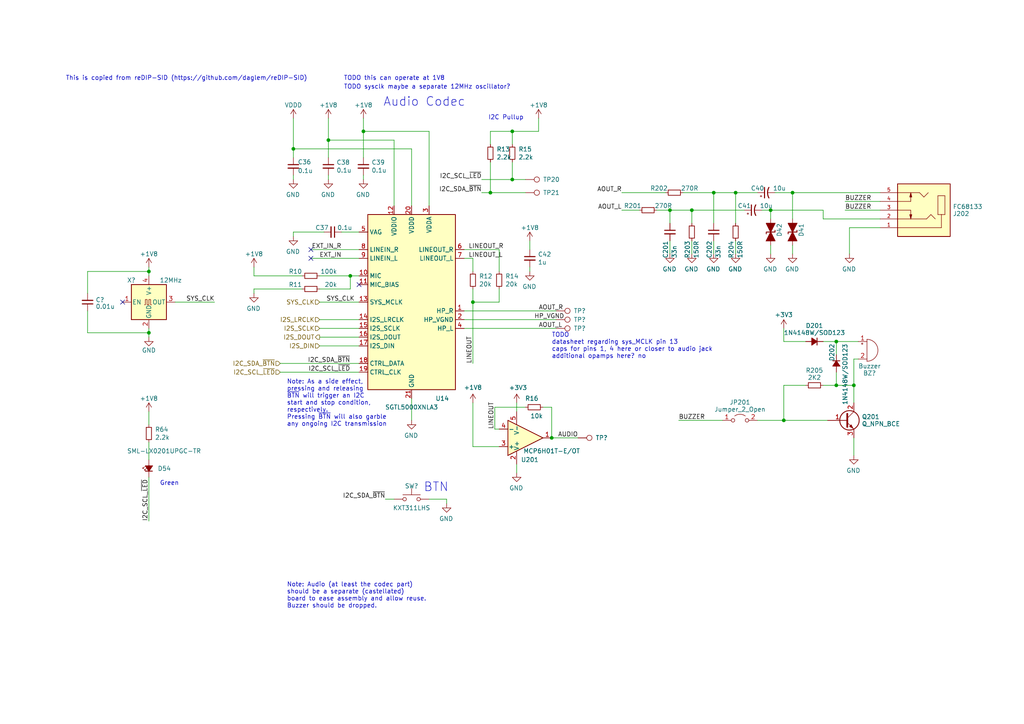
<source format=kicad_sch>
(kicad_sch (version 20230121) (generator eeschema)
  (paper "A4")
  (lib_symbols
    (symbol "+3V3_1" (power) (pin_names (offset 0))
      (property "Value" "+3V3_1" (at 0 3.556 0))
      (symbol "+3V3_1_0_1"
        (polyline (pts (xy -0.762 1.27) (xy 0 2.54)))
        (polyline (pts (xy 0 0) (xy 0 2.54)))
        (polyline (pts (xy 0 2.54) (xy 0.762 1.27)))
      )
      (symbol "+3V3_1_1_1"
        (pin power_in line (at 0 0 90) (length 0) hide (name "+3V3") (number "1"))
      )
    )
    (symbol "Amplifier_Operational:MCP6L01Rx-xOT" (pin_names (offset 0.127))
      (property "Reference" "U" (at 0 5.08 0))
      (property "Value" "MCP6L01Rx-xOT" (at 0 -5.08 0))
      (symbol "MCP6L01Rx-xOT_0_1"
        (polyline (pts (xy -5.08 5.08) (xy 5.08 0) (xy -5.08 -5.08) (xy -5.08 5.08)) (stroke (width 0.254)) (fill (type background)))
        (pin power_in line (at -2.54 7.62 270) (length 3.81) (name "V+") (number "2"))
        (pin power_in line (at -2.54 -7.62 90) (length 3.81) (name "V-") (number "5"))
      )
      (symbol "MCP6L01Rx-xOT_1_1"
        (pin output line (at 7.62 0 180) (length 2.54) (name "~") (number "1"))
        (pin input line (at -7.62 2.54 0) (length 2.54) (name "+") (number "3"))
        (pin input line (at -7.62 -2.54 0) (length 2.54) (name "-") (number "4"))
      )
    )
    (symbol "Audio:SGTL5000XNLA3"
      (property "Reference" "U" (at 0 0 0))
      (property "Value" "SGTL5000XNLA3" (at -5.08 -27.94 0))
      (symbol "SGTL5000XNLA3_0_1"
        (rectangle (start -12.7 25.4) (end 12.7 -25.4) (stroke (width 0.254)) (fill (type background)))
      )
      (symbol "SGTL5000XNLA3_1_1"
        (pin output line (at 15.24 -2.54 180) (length 2.54) (name "HP_R") (number "1"))
        (pin input line (at -15.24 7.62 0) (length 2.54) (name "MIC") (number "10"))
        (pin input line (at -15.24 5.08 0) (length 2.54) (name "MIC_BIAS") (number "11"))
        (pin power_in line (at -5.08 27.94 270) (length 2.54) (name "VDDIO") (number "12"))
        (pin input line (at -15.24 0 0) (length 2.54) (name "SYS_MCLK") (number "13"))
        (pin input line (at -15.24 -5.08 0) (length 2.54) (name "I2S_LRCLK") (number "14"))
        (pin input line (at -15.24 -7.62 0) (length 2.54) (name "I2S_SCLK") (number "15"))
        (pin output line (at -15.24 -10.16 0) (length 2.54) (name "I2S_DOUT") (number "16"))
        (pin input line (at -15.24 -12.7 0) (length 2.54) (name "I2S_DIN") (number "17"))
        (pin input line (at -15.24 -17.78 0) (length 2.54) (name "CTRL_DATA") (number "18"))
        (pin input line (at -15.24 -20.32 0) (length 2.54) (name "CTRL_CLK") (number "19"))
        (pin power_out line (at 15.24 -5.08 180) (length 2.54) (name "HP_VGND") (number "2"))
        (pin power_in line (at 0 27.94 270) (length 2.54) (name "VDDD") (number "20"))
        (pin power_in line (at 0 -27.94 90) (length 2.54) (name "GND") (number "21"))
        (pin power_in line (at 5.08 27.94 270) (length 2.54) (name "VDDA") (number "3"))
        (pin output line (at 15.24 -7.62 180) (length 2.54) (name "HP_L") (number "4"))
        (pin passive line (at -15.24 20.32 0) (length 2.54) (name "VAG") (number "5"))
        (pin output line (at 15.24 15.24 180) (length 2.54) (name "LINEOUT_R") (number "6"))
        (pin output line (at 15.24 12.7 180) (length 2.54) (name "LINEOUT_L") (number "7"))
        (pin input line (at -15.24 15.24 0) (length 2.54) (name "LINEIN_R") (number "8"))
        (pin input line (at -15.24 12.7 0) (length 2.54) (name "LINEIN_L") (number "9"))
      )
    )
    (symbol "Connector:TestPoint" (pin_numbers hide) (pin_names (offset 0.762) hide)
      (property "Reference" "TP" (at 0 6.858 0))
      (property "Value" "TestPoint" (at 0 5.08 0))
      (symbol "TestPoint_0_1"
        (circle (center 0 3.302) (radius 0.762))
      )
      (symbol "TestPoint_1_1"
        (pin passive line (at 0 0 90) (length 2.54) (name "1") (number "1"))
      )
    )
    (symbol "Device:Buzzer" (pin_names (offset 0.0254) hide)
      (property "Reference" "BZ" (at 3.81 1.27 0))
      (property "Value" "Buzzer" (at 3.81 -1.27 0))
      (symbol "Buzzer_0_1"
        (arc (start 0 -3.175) (mid 3.1612 0) (end 0 3.175))
        (polyline (pts (xy -1.651 1.905) (xy -1.143 1.905)))
        (polyline (pts (xy -1.397 2.159) (xy -1.397 1.651)))
        (polyline (pts (xy 0 3.175) (xy 0 -3.175)))
      )
      (symbol "Buzzer_1_1"
        (pin passive line (at -2.54 2.54 0) (length 2.54) (name "-") (number "1"))
        (pin passive line (at -2.54 -2.54 0) (length 2.54) (name "+") (number "2"))
      )
    )
    (symbol "Device:C_Polarized_Small_US" (pin_numbers hide) (pin_names (offset 0.254) hide)
      (property "Reference" "C" (at 0.254 1.778 0))
      (property "Value" "C_Polarized_Small_US" (at 0.254 -2.032 0))
      (symbol "C_Polarized_Small_US_0_1"
        (polyline (pts (xy -1.524 0.508) (xy 1.524 0.508)) (stroke (width 0.3048)))
        (polyline (pts (xy -1.27 1.524) (xy -0.762 1.524)))
        (polyline (pts (xy -1.016 1.27) (xy -1.016 1.778)))
        (arc (start 1.524 -0.762) (mid 0 -0.3734) (end -1.524 -0.762) (stroke (width 0.3048)))
      )
      (symbol "C_Polarized_Small_US_1_1"
        (pin passive line (at 0 2.54 270) (length 2.032) (name "~") (number "1"))
        (pin passive line (at 0 -2.54 90) (length 2.032) (name "~") (number "2"))
      )
    )
    (symbol "Device:C_Small" (pin_numbers hide) (pin_names (offset 0.254) hide)
      (property "Reference" "C" (at 0.254 1.778 0))
      (property "Value" "C_Small" (at 0.254 -2.032 0))
      (symbol "C_Small_0_1"
        (polyline (pts (xy -1.524 -0.508) (xy 1.524 -0.508)) (stroke (width 0.3302)))
        (polyline (pts (xy -1.524 0.508) (xy 1.524 0.508)) (stroke (width 0.3048)))
      )
      (symbol "C_Small_1_1"
        (pin passive line (at 0 2.54 270) (length 2.032) (name "~") (number "1"))
        (pin passive line (at 0 -2.54 90) (length 2.032) (name "~") (number "2"))
      )
    )
    (symbol "Device:D_Small_Filled" (pin_numbers hide) (pin_names (offset 0.254) hide)
      (property "Reference" "D" (at -1.27 2.032 0))
      (property "Value" "D_Small_Filled" (at -3.81 -2.032 0))
      (symbol "D_Small_Filled_0_1"
        (polyline (pts (xy -0.762 -1.016) (xy -0.762 1.016)) (stroke (width 0.254)))
        (polyline (pts (xy -0.762 0) (xy 0.762 0)))
        (polyline (pts (xy 0.762 -1.016) (xy -0.762 0) (xy 0.762 1.016) (xy 0.762 -1.016)) (stroke (width 0.254)) (fill (type outline)))
      )
      (symbol "D_Small_Filled_1_1"
        (pin passive line (at -2.54 0 0) (length 1.778) (name "K") (number "1"))
        (pin passive line (at 2.54 0 180) (length 1.778) (name "A") (number "2"))
      )
    )
    (symbol "Device:D_TVS_Filled" (pin_numbers hide) (pin_names (offset 1.016) hide)
      (property "Reference" "D" (at 0 2.54 0))
      (property "Value" "D_TVS_Filled" (at 0 -2.54 0))
      (symbol "D_TVS_Filled_0_1"
        (polyline (pts (xy 1.27 0) (xy -1.27 0)))
        (polyline (pts (xy -2.54 -1.27) (xy 0 0) (xy -2.54 1.27) (xy -2.54 -1.27)) (stroke (width 0.254)) (fill (type outline)))
        (polyline (pts (xy 0.508 1.27) (xy 0 1.27) (xy 0 -1.27) (xy -0.508 -1.27)) (stroke (width 0.254)))
        (polyline (pts (xy 2.54 1.27) (xy 2.54 -1.27) (xy 0 0) (xy 2.54 1.27)) (stroke (width 0.254)) (fill (type outline)))
      )
      (symbol "D_TVS_Filled_1_1"
        (pin passive line (at -3.81 0 0) (length 2.54) (name "A1") (number "1"))
        (pin passive line (at 3.81 0 180) (length 2.54) (name "A2") (number "2"))
      )
    )
    (symbol "Device:LED_Small_Filled" (pin_numbers hide) (pin_names (offset 0.254) hide)
      (property "Reference" "D" (at -1.27 3.175 0))
      (property "Value" "LED_Small_Filled" (at -4.445 -2.54 0))
      (symbol "LED_Small_Filled_0_1"
        (polyline (pts (xy -0.762 -1.016) (xy -0.762 1.016)) (stroke (width 0.254)))
        (polyline (pts (xy 1.016 0) (xy -0.762 0)))
        (polyline (pts (xy 0.762 -1.016) (xy -0.762 0) (xy 0.762 1.016) (xy 0.762 -1.016)) (stroke (width 0.254)) (fill (type outline)))
        (polyline (pts (xy 0 0.762) (xy -0.508 1.27) (xy -0.254 1.27) (xy -0.508 1.27) (xy -0.508 1.016)))
        (polyline (pts (xy 0.508 1.27) (xy 0 1.778) (xy 0.254 1.778) (xy 0 1.778) (xy 0 1.524)))
      )
      (symbol "LED_Small_Filled_1_1"
        (pin passive line (at -2.54 0 0) (length 1.778) (name "K") (number "1"))
        (pin passive line (at 2.54 0 180) (length 1.778) (name "A") (number "2"))
      )
    )
    (symbol "Device:Q_NPN_BCE" (pin_names (offset 0) hide)
      (property "Reference" "Q" (at 5.08 1.27 0))
      (property "Value" "Q_NPN_BCE" (at 5.08 -1.27 0))
      (symbol "Q_NPN_BCE_0_1"
        (polyline (pts (xy 0.635 0.635) (xy 2.54 2.54)))
        (polyline (pts (xy 0.635 -0.635) (xy 2.54 -2.54) (xy 2.54 -2.54)))
        (polyline (pts (xy 0.635 1.905) (xy 0.635 -1.905) (xy 0.635 -1.905)) (stroke (width 0.508)))
        (polyline (pts (xy 1.27 -1.778) (xy 1.778 -1.27) (xy 2.286 -2.286) (xy 1.27 -1.778) (xy 1.27 -1.778)) (fill (type outline)))
        (circle (center 1.27 0) (radius 2.8194) (stroke (width 0.254)))
      )
      (symbol "Q_NPN_BCE_1_1"
        (pin input line (at -5.08 0 0) (length 5.715) (name "B") (number "1"))
        (pin passive line (at 2.54 5.08 270) (length 2.54) (name "C") (number "2"))
        (pin passive line (at 2.54 -5.08 90) (length 2.54) (name "E") (number "3"))
      )
    )
    (symbol "Device:R_Small" (pin_numbers hide) (pin_names (offset 0.254) hide)
      (property "Reference" "R" (at 0.762 0.508 0))
      (property "Value" "R_Small" (at 0.762 -1.016 0))
      (symbol "R_Small_0_1"
        (rectangle (start -0.762 1.778) (end 0.762 -1.778) (stroke (width 0.2032)))
      )
      (symbol "R_Small_1_1"
        (pin passive line (at 0 2.54 270) (length 0.762) (name "~") (number "1"))
        (pin passive line (at 0 -2.54 90) (length 0.762) (name "~") (number "2"))
      )
    )
    (symbol "FC68133:FC68133" (pin_names (offset 1.016))
      (property "Reference" "J" (at -7.62 8.89 0))
      (property "Value" "FC68133" (at -7.62 -8.89 0))
      (symbol "FC68133_0_0"
        (rectangle (start -7.62 -7.62) (end 7.62 7.62) (stroke (width 0.254)) (fill (type background)))
        (polyline (pts (xy -6.096 -4.191) (xy -6.096 1.27)) (stroke (width 0.1524)))
        (polyline (pts (xy -6.096 1.27) (xy -5.08 1.27)) (stroke (width 0.1524)))
        (polyline (pts (xy -5.08 1.27) (xy -4.064 1.27)) (stroke (width 0.1524)))
        (polyline (pts (xy -5.08 5.08) (xy -5.08 1.27)) (stroke (width 0.1524)))
        (polyline (pts (xy -4.064 -4.191) (xy -6.096 -4.191)) (stroke (width 0.1524)))
        (polyline (pts (xy -4.064 1.27) (xy -4.064 -4.191)) (stroke (width 0.1524)))
        (polyline (pts (xy -2.032 1.27) (xy -3.302 2.54)) (stroke (width 0.1524)))
        (polyline (pts (xy -0.762 2.54) (xy -2.032 1.27)) (stroke (width 0.1524)))
        (polyline (pts (xy 0 -3.81) (xy -1.27 -5.08)) (stroke (width 0.1524)))
        (polyline (pts (xy 1.27 -5.08) (xy 0 -3.81)) (stroke (width 0.1524)))
        (polyline (pts (xy 3.81 -5.08) (xy 1.27 -5.08)) (stroke (width 0.1524)))
        (polyline (pts (xy 3.81 -5.08) (xy 3.81 -2.54)) (stroke (width 0.1524)))
        (polyline (pts (xy 3.81 0) (xy 3.81 2.54)) (stroke (width 0.1524)))
        (polyline (pts (xy 3.81 2.54) (xy -0.762 2.54)) (stroke (width 0.1524)))
        (polyline (pts (xy 7.62 -5.08) (xy 3.81 -5.08)) (stroke (width 0.1524)))
        (polyline (pts (xy 7.62 -2.54) (xy 3.81 -2.54)) (stroke (width 0.1524)))
        (polyline (pts (xy 7.62 0) (xy 3.81 0)) (stroke (width 0.1524)))
        (polyline (pts (xy 7.62 2.54) (xy 3.81 2.54)) (stroke (width 0.1524)))
        (polyline (pts (xy 7.62 5.08) (xy -5.08 5.08)) (stroke (width 0.1524)))
        (polyline (pts (xy 3.81 -5.08) (xy 3.4925 -3.81) (xy 4.1275 -3.81) (xy 3.81 -5.08)) (stroke (width 0.1524)) (fill (type outline)))
        (polyline (pts (xy 3.81 2.54) (xy 4.1275 1.27) (xy 3.4925 1.27) (xy 3.81 2.54)) (stroke (width 0.1524)) (fill (type outline)))
        (pin passive line (at 12.7 5.08 180) (length 5.08) (name "~") (number "1"))
        (pin passive line (at 12.7 2.54 180) (length 5.08) (name "~") (number "2"))
        (pin passive line (at 12.7 0 180) (length 5.08) (name "~") (number "3"))
        (pin passive line (at 12.7 -2.54 180) (length 5.08) (name "~") (number "4"))
        (pin passive line (at 12.7 -5.08 180) (length 5.08) (name "~") (number "5"))
      )
    )
    (symbol "Jumper:Jumper_2_Open" (pin_names (offset 0) hide)
      (property "Reference" "JP" (at 0 2.794 0))
      (property "Value" "Jumper_2_Open" (at 0 -2.286 0))
      (symbol "Jumper_2_Open_0_0"
        (circle (center -2.032 0) (radius 0.508))
        (circle (center 2.032 0) (radius 0.508))
      )
      (symbol "Jumper_2_Open_0_1"
        (arc (start 1.524 1.27) (mid 0 1.778) (end -1.524 1.27))
      )
      (symbol "Jumper_2_Open_1_1"
        (pin passive line (at -5.08 0 0) (length 2.54) (name "A") (number "1"))
        (pin passive line (at 5.08 0 180) (length 2.54) (name "B") (number "2"))
      )
    )
    (symbol "Oscillator:XO91" (pin_names (offset 0.254))
      (property "Reference" "X" (at -5.08 6.35 0))
      (property "Value" "XO91" (at 1.27 -6.35 0))
      (symbol "XO91_0_1"
        (rectangle (start -5.08 5.08) (end 5.08 -5.08) (stroke (width 0.254)) (fill (type background)))
        (polyline (pts (xy 0.762 -0.762) (xy 0.508 -0.762) (xy 0.508 0.762) (xy 0 0.762) (xy 0 -0.762) (xy -0.508 -0.762) (xy -0.508 0.762) (xy -1.016 0.762) (xy -1.016 -0.762) (xy -1.27 -0.762)))
      )
      (symbol "XO91_1_1"
        (pin input line (at -7.62 0 0) (length 2.54) (name "EN") (number "1"))
        (pin power_in line (at 0 -7.62 90) (length 2.54) (name "GND") (number "2"))
        (pin output line (at 7.62 0 180) (length 2.54) (name "OUT") (number "3"))
        (pin power_in line (at 0 7.62 270) (length 2.54) (name "V+") (number "4"))
      )
    )
    (symbol "Switch:SW_Push" (pin_numbers hide) (pin_names (offset 1.016) hide)
      (property "Reference" "SW" (at 1.27 2.54 0))
      (property "Value" "SW_Push" (at 0 -1.524 0))
      (symbol "SW_Push_0_1"
        (circle (center -2.032 0) (radius 0.508))
        (polyline (pts (xy 0 1.27) (xy 0 3.048)))
        (polyline (pts (xy 2.54 1.27) (xy -2.54 1.27)))
        (circle (center 2.032 0) (radius 0.508))
        (pin passive line (at -5.08 0 0) (length 2.54) (name "1") (number "1"))
        (pin passive line (at 5.08 0 180) (length 2.54) (name "2") (number "2"))
      )
    )
    (symbol "Tiny_Z80:VDDD" (power) (pin_names (offset 0))
      (property "Value" "VDDD" (at 0.381 4.3942 0))
      (symbol "VDDD_0_1"
        (polyline (pts (xy -0.762 1.27) (xy 0 2.54)))
        (polyline (pts (xy 0 0) (xy 0 2.54)))
        (polyline (pts (xy 0 2.54) (xy 0.762 1.27)))
      )
      (symbol "VDDD_1_1"
        (pin power_in line (at 0 0 90) (length 0) hide (name "VDDD") (number "1"))
      )
    )
    (symbol "power:+1V8" (power) (pin_names (offset 0))
      (property "Value" "+1V8" (at 0 3.556 0))
      (symbol "+1V8_0_1"
        (polyline (pts (xy -0.762 1.27) (xy 0 2.54)))
        (polyline (pts (xy 0 0) (xy 0 2.54)))
        (polyline (pts (xy 0 2.54) (xy 0.762 1.27)))
      )
      (symbol "+1V8_1_1"
        (pin power_in line (at 0 0 90) (length 0) hide (name "+1V8") (number "1"))
      )
    )
    (symbol "power:+3V3" (power) (pin_names (offset 0))
      (property "Value" "+3V3" (at 0 3.556 0))
      (symbol "+3V3_0_1"
        (polyline (pts (xy -0.762 1.27) (xy 0 2.54)))
        (polyline (pts (xy 0 0) (xy 0 2.54)))
        (polyline (pts (xy 0 2.54) (xy 0.762 1.27)))
      )
      (symbol "+3V3_1_1"
        (pin power_in line (at 0 0 90) (length 0) hide (name "+3V3") (number "1"))
      )
    )
    (symbol "power:GND" (power) (pin_names (offset 0))
      (property "Value" "GND" (at 0 -3.81 0))
      (symbol "GND_0_1"
        (polyline (pts (xy 0 0) (xy 0 -1.27) (xy 1.27 -1.27) (xy 0 -2.54) (xy -1.27 -1.27) (xy 0 -1.27)))
      )
      (symbol "GND_1_1"
        (pin power_in line (at 0 0 270) (length 0) hide (name "GND") (number "1"))
      )
    )
  )
  (junction (at 229.87 55.88))
  (junction (at 43.18 78.74))
  (junction (at 148.59 52.07))
  (junction (at 105.41 38.1))
  (junction (at 101.6 80.01))
  (junction (at 95.25 40.64))
  (junction (at 142.24 55.88))
  (junction (at 160.02 127))
  (junction (at 247.65 111.76))
  (junction (at 207.01 55.88))
  (junction (at 148.59 38.1))
  (junction (at 200.66 60.96))
  (junction (at 242.57 99.06))
  (junction (at 213.36 55.88))
  (junction (at 242.57 111.76))
  (junction (at 194.31 60.96))
  (junction (at 43.18 96.52))
  (junction (at 85.09 43.18))
  (junction (at 137.16 87.63))
  (junction (at 227.33 121.92))
  (junction (at 223.52 60.96))
  (no_connect (at 104.14 82.55))
  (no_connect (at 90.17 74.93))
  (no_connect (at 90.17 72.39))
  (no_connect (at 35.56 87.63))
  (wire (pts (xy 153.67 72.39) (xy 153.67 69.85)))
  (wire (pts (xy 105.41 34.29) (xy 105.41 38.1)))
  (wire (pts (xy 92.71 83.82) (xy 101.6 83.82)))
  (wire (pts (xy 25.4 85.09) (xy 25.4 78.74)))
  (wire (pts (xy 200.66 60.96) (xy 194.31 60.96)))
  (wire (pts (xy 137.16 129.54) (xy 137.16 116.84)))
  (wire (pts (xy 139.7 55.88) (xy 142.24 55.88)))
  (wire (pts (xy 95.25 40.64) (xy 95.25 34.29)))
  (wire (pts (xy 95.25 40.64) (xy 114.3 40.64)))
  (wire (pts (xy 148.59 46.99) (xy 148.59 52.07)))
  (wire (pts (xy 223.52 60.96) (xy 238.76 60.96)))
  (wire (pts (xy 248.92 99.06) (xy 242.57 99.06)))
  (wire (pts (xy 242.57 107.95) (xy 242.57 111.76)))
  (wire (pts (xy 180.34 55.88) (xy 193.04 55.88)))
  (wire (pts (xy 142.24 55.88) (xy 152.4 55.88)))
  (wire (pts (xy 238.76 99.06) (xy 242.57 99.06)))
  (wire (pts (xy 149.86 137.16) (xy 149.86 134.62)))
  (wire (pts (xy 247.65 111.76) (xy 247.65 104.14)))
  (wire (pts (xy 153.67 78.74) (xy 153.67 77.47)))
  (wire (pts (xy 247.65 127) (xy 247.65 132.08)))
  (wire (pts (xy 227.33 121.92) (xy 219.71 121.92)))
  (wire (pts (xy 101.6 80.01) (xy 101.6 83.82)))
  (wire (pts (xy 114.3 40.64) (xy 114.3 59.69)))
  (wire (pts (xy 213.36 69.85) (xy 213.36 73.66)))
  (wire (pts (xy 148.59 52.07) (xy 152.4 52.07)))
  (wire (pts (xy 238.76 60.96) (xy 238.76 63.5)))
  (wire (pts (xy 142.24 46.99) (xy 142.24 55.88)))
  (wire (pts (xy 160.02 127) (xy 167.64 127)))
  (wire (pts (xy 207.01 69.85) (xy 207.01 73.66)))
  (wire (pts (xy 160.02 118.11) (xy 160.02 127)))
  (wire (pts (xy 245.11 60.96) (xy 255.27 60.96)))
  (wire (pts (xy 134.62 95.25) (xy 161.29 95.25)))
  (wire (pts (xy 81.28 105.41) (xy 104.14 105.41)))
  (wire (pts (xy 92.71 95.25) (xy 104.14 95.25)))
  (wire (pts (xy 148.59 38.1) (xy 148.59 41.91)))
  (wire (pts (xy 124.46 144.78) (xy 129.54 144.78)))
  (wire (pts (xy 229.87 55.88) (xy 229.87 63.5)))
  (wire (pts (xy 223.52 71.12) (xy 223.52 73.66)))
  (wire (pts (xy 238.76 111.76) (xy 242.57 111.76)))
  (wire (pts (xy 85.09 34.29) (xy 85.09 43.18)))
  (wire (pts (xy 43.18 96.52) (xy 43.18 97.79)))
  (wire (pts (xy 137.16 74.93) (xy 137.16 78.74)))
  (wire (pts (xy 242.57 99.06) (xy 242.57 102.87)))
  (wire (pts (xy 105.41 38.1) (xy 124.46 38.1)))
  (wire (pts (xy 245.11 58.42) (xy 255.27 58.42)))
  (wire (pts (xy 200.66 60.96) (xy 215.9 60.96)))
  (wire (pts (xy 220.98 60.96) (xy 223.52 60.96)))
  (wire (pts (xy 148.59 38.1) (xy 142.24 38.1)))
  (wire (pts (xy 43.18 119.38) (xy 43.18 123.19)))
  (wire (pts (xy 95.25 50.8) (xy 95.25 52.07)))
  (wire (pts (xy 85.09 67.31) (xy 85.09 68.58)))
  (wire (pts (xy 157.48 118.11) (xy 160.02 118.11)))
  (wire (pts (xy 105.41 50.8) (xy 105.41 52.07)))
  (wire (pts (xy 143.51 118.11) (xy 143.51 124.46)))
  (wire (pts (xy 229.87 55.88) (xy 224.79 55.88)))
  (wire (pts (xy 104.14 80.01) (xy 101.6 80.01)))
  (wire (pts (xy 99.06 67.31) (xy 104.14 67.31)))
  (wire (pts (xy 73.66 83.82) (xy 73.66 85.09)))
  (wire (pts (xy 134.62 74.93) (xy 137.16 74.93)))
  (wire (pts (xy 92.71 80.01) (xy 101.6 80.01)))
  (wire (pts (xy 92.71 97.79) (xy 104.14 97.79)))
  (wire (pts (xy 194.31 60.96) (xy 190.5 60.96)))
  (wire (pts (xy 161.29 92.71) (xy 134.62 92.71)))
  (wire (pts (xy 85.09 43.18) (xy 119.38 43.18)))
  (wire (pts (xy 142.24 38.1) (xy 142.24 41.91)))
  (wire (pts (xy 209.55 121.92) (xy 196.85 121.92)))
  (wire (pts (xy 25.4 90.17) (xy 25.4 96.52)))
  (wire (pts (xy 144.78 87.63) (xy 137.16 87.63)))
  (wire (pts (xy 143.51 118.11) (xy 152.4 118.11)))
  (wire (pts (xy 227.33 121.92) (xy 227.33 111.76)))
  (wire (pts (xy 144.78 72.39) (xy 144.78 78.74)))
  (wire (pts (xy 43.18 78.74) (xy 43.18 77.47)))
  (wire (pts (xy 90.17 74.93) (xy 104.14 74.93)))
  (wire (pts (xy 90.17 72.39) (xy 104.14 72.39)))
  (wire (pts (xy 134.62 90.17) (xy 161.29 90.17)))
  (wire (pts (xy 119.38 115.57) (xy 119.38 121.92)))
  (wire (pts (xy 248.92 104.14) (xy 247.65 104.14)))
  (wire (pts (xy 92.71 100.33) (xy 104.14 100.33)))
  (wire (pts (xy 227.33 111.76) (xy 233.68 111.76)))
  (wire (pts (xy 92.71 92.71) (xy 104.14 92.71)))
  (wire (pts (xy 85.09 43.18) (xy 85.09 45.72)))
  (wire (pts (xy 223.52 63.5) (xy 223.52 60.96)))
  (wire (pts (xy 43.18 80.01) (xy 43.18 78.74)))
  (wire (pts (xy 81.28 107.95) (xy 104.14 107.95)))
  (wire (pts (xy 73.66 83.82) (xy 87.63 83.82)))
  (wire (pts (xy 242.57 111.76) (xy 247.65 111.76)))
  (wire (pts (xy 240.03 121.92) (xy 227.33 121.92)))
  (wire (pts (xy 229.87 55.88) (xy 255.27 55.88)))
  (wire (pts (xy 148.59 38.1) (xy 156.21 38.1)))
  (wire (pts (xy 219.71 55.88) (xy 213.36 55.88)))
  (wire (pts (xy 247.65 116.84) (xy 247.65 111.76)))
  (wire (pts (xy 105.41 38.1) (xy 105.41 45.72)))
  (wire (pts (xy 25.4 96.52) (xy 43.18 96.52)))
  (wire (pts (xy 50.8 87.63) (xy 62.23 87.63)))
  (wire (pts (xy 156.21 34.29) (xy 156.21 38.1)))
  (wire (pts (xy 73.66 80.01) (xy 73.66 77.47)))
  (wire (pts (xy 73.66 80.01) (xy 87.63 80.01)))
  (wire (pts (xy 114.3 144.78) (xy 111.76 144.78)))
  (wire (pts (xy 85.09 50.8) (xy 85.09 52.07)))
  (wire (pts (xy 139.7 52.07) (xy 148.59 52.07)))
  (wire (pts (xy 149.86 119.38) (xy 149.86 116.84)))
  (wire (pts (xy 194.31 60.96) (xy 194.31 64.77)))
  (wire (pts (xy 137.16 87.63) (xy 137.16 105.41)))
  (wire (pts (xy 246.38 66.04) (xy 255.27 66.04)))
  (wire (pts (xy 95.25 40.64) (xy 95.25 45.72)))
  (wire (pts (xy 124.46 38.1) (xy 124.46 59.69)))
  (wire (pts (xy 194.31 69.85) (xy 194.31 73.66)))
  (wire (pts (xy 213.36 55.88) (xy 213.36 64.77)))
  (wire (pts (xy 238.76 63.5) (xy 255.27 63.5)))
  (wire (pts (xy 200.66 69.85) (xy 200.66 73.66)))
  (wire (pts (xy 144.78 72.39) (xy 134.62 72.39)))
  (wire (pts (xy 180.34 60.96) (xy 185.42 60.96)))
  (wire (pts (xy 92.71 87.63) (xy 104.14 87.63)))
  (wire (pts (xy 129.54 144.78) (xy 129.54 146.05)))
  (wire (pts (xy 119.38 43.18) (xy 119.38 59.69)))
  (wire (pts (xy 227.33 99.06) (xy 233.68 99.06)))
  (wire (pts (xy 227.33 99.06) (xy 227.33 95.25)))
  (wire (pts (xy 43.18 128.27) (xy 43.18 133.35)))
  (wire (pts (xy 85.09 67.31) (xy 93.98 67.31)))
  (wire (pts (xy 207.01 64.77) (xy 207.01 55.88)))
  (wire (pts (xy 137.16 83.82) (xy 137.16 87.63)))
  (wire (pts (xy 43.18 95.25) (xy 43.18 96.52)))
  (wire (pts (xy 213.36 55.88) (xy 207.01 55.88)))
  (wire (pts (xy 43.18 138.43) (xy 43.18 151.13)))
  (wire (pts (xy 229.87 71.12) (xy 229.87 73.66)))
  (wire (pts (xy 144.78 129.54) (xy 137.16 129.54)))
  (wire (pts (xy 143.51 124.46) (xy 144.78 124.46)))
  (wire (pts (xy 144.78 83.82) (xy 144.78 87.63)))
  (wire (pts (xy 25.4 78.74) (xy 43.18 78.74)))
  (wire (pts (xy 200.66 60.96) (xy 200.66 64.77)))
  (wire (pts (xy 246.38 73.66) (xy 246.38 66.04)))
  (wire (pts (xy 207.01 55.88) (xy 198.12 55.88)))
  (text "I2C Pullup" (at 141.605 34.925 0) (effects (font (size 1.27 1.27)) (justify left bottom)))
  (text "TODO\ndatasheet regarding sys_MCLK pin 13\ncaps for pins 1, 4 here or closer to audio jack\nadditional opamps here? no" (at 160.02 104.14 0) (effects (font (size 1.27 1.27)) (justify left bottom)))
  (text "BTN" (at 130.175 142.875 0) (effects (font (size 2.54 2.54)) (justify right bottom)))
  (text "TODO sysclk maybe a separate 12MHz oscillator?" (at 99.695 26.035 0) (effects (font (size 1.27 1.27)) (justify left bottom)))
  (text "Green" (at 46.355 140.97 0) (effects (font (size 1.27 1.27)) (justify left bottom)))
  (text "Note: Audio (at least the codec part)\nshould be a separate (castellated)\nboard to ease assembly and allow reuse.\nBuzzer should be dropped." (at 83.185 176.53 0) (effects (font (size 1.27 1.27)) (justify left bottom)))
  (text "TODO this can operate at 1V8" (at 99.695 23.495 0) (effects (font (size 1.27 1.27)) (justify left bottom)))
  (text "Audio Codec" (at 111.125 31.115 0) (effects (font (size 2.54 2.54)) (justify left bottom)))
  (text "This is copied from reDIP-SID (https://github.com/daglem/reDIP-SID)" (at 19.05 23.495 0) (effects (font (size 1.27 1.27)) (justify left bottom)))
  (text "Note: As a side effect,\npressing and releasing\n~{BTN} will trigger an I2C\nstart and stop condition,\nrespectively.\nPressing ~{BTN} will also garble\nany ongoing I2C transmission" (at 83.185 123.825 0) (effects (font (size 1.27 1.27)) (justify left bottom)))
  (label "EXT_IN_R" (at 99.06 72.39 180))
  (label "I2C_SDA_~{BTN}" (at 101.6 105.41 180))
  (label "LINEOUT" (at 137.16 105.41 90))
  (label "SYS_CLK" (at 102.87 87.63 180))
  (label "AUDIO" (at 167.64 127 180))
  (label "BUZZER" (at 245.11 58.42 0))
  (label "AOUT_R" (at 180.34 55.88 180))
  (label "I2C_SDA_~{BTN}" (at 111.76 144.78 180))
  (label "I2C_SCL_~{LED}" (at 139.7 52.07 180))
  (label "AOUT_L" (at 180.34 60.96 180))
  (label "LINEOUT_R" (at 135.89 72.39 0))
  (label "I2C_SDA_~{BTN}" (at 139.7 55.88 180))
  (label "LINEOUT" (at 143.51 124.46 90))
  (label "SYS_CLK" (at 62.23 87.63 180))
  (label "AOUT_L" (at 156.21 95.25 0))
  (label "EXT_IN" (at 99.06 74.93 180))
  (label "BUZZER" (at 196.85 121.92 0))
  (label "HP_VGND" (at 154.94 92.71 0))
  (label "I2C_SCL_~{LED}" (at 43.18 151.13 90))
  (label "AOUT_R" (at 156.21 90.17 0))
  (label "LINEOUT_L" (at 135.89 74.93 0))
  (label "BUZZER" (at 245.11 60.96 0))
  (label "I2C_SCL_~{LED}" (at 101.6 107.95 180))
  (hierarchical_label "I2S_DOUT" (shape output) (at 92.71 97.79 180))
  (hierarchical_label "I2S_SCLK" (shape input) (at 92.71 95.25 180))
  (hierarchical_label "SYS_CLK" (shape input) (at 92.71 87.63 180))
  (hierarchical_label "I2C_SCL_~{LED}" (shape input) (at 81.28 107.95 180))
  (hierarchical_label "I2S_LRCLK" (shape input) (at 92.71 92.71 180))
  (hierarchical_label "I2S_DIN" (shape input) (at 92.71 100.33 180))
  (hierarchical_label "I2C_SDA_~{BTN}" (shape input) (at 81.28 105.41 180))
  (symbol (lib_id "power:GND") (at 73.66 85.09 0) (mirror y) (unit 1)
    (property "Reference" "#PWR084" (effects hide))
    (property "Value" "GND" (at 73.533 89.4842 0))
    (instances (project "14-z80-flash" (path "" (reference "#PWR084") (unit 1)) (path "" (reference "#PWR084") (unit 1))) (project "reDIP-SID" (path "" (reference "#PWR040") (unit 1))))
  )
  (symbol (lib_id "power:GND") (at 105.41 52.07 0) (mirror y) (unit 1)
    (property "Reference" "#PWR089" (effects hide))
    (property "Value" "GND" (at 105.283 56.4642 0))
    (instances (project "14-z80-flash" (path "" (reference "#PWR089") (unit 1)) (path "" (reference "#PWR091") (unit 1))) (project "reDIP-SID" (path "" (reference "#PWR032") (unit 1))))
  )
  (symbol (lib_id "Amplifier_Operational:MCP6L01Rx-xOT") (at 152.4 127 0) (mirror x) (unit 1)
    (property "Reference" "U201" (at 153.67 133.35 0))
    (property "Value" "MCP6H01T-E/OT" (at 160.02 130.81 0))
    (property "Footprint" "Package_TO_SOT_SMD:SOT-23-5" (effects hide))
    (property "Datasheet" "http://ww1.microchip.com/downloads/en/devicedoc/22140b.pdf" (effects hide))
  )
  (symbol (lib_id "Device:R_Small") (at 142.24 44.45 180) (unit 1)
    (property "Reference" "R13" (at 144.018 43.2816 0) (effects (justify right)))
    (property "Value" "2.2k" (at 144.018 45.593 0) (effects (justify right)))
    (property "Footprint" "Resistor_SMD:R_0402_1005Metric" (effects hide))
    (property "Mfg" "Panasonic" (effects hide))
    (property "PN" "ERJ1GNJ222C" (effects hide))
    (property "Description" "RES 2.2kΩ 50mW 5% 0201" (effects hide))
    (instances (project "14-z80-flash" (path "" (reference "R13") (unit 1)) (path "" (reference "R13") (unit 1))) (project "reDIP-SID" (path "" (reference "R4") (unit 1))))
  )
  (symbol (lib_id "Device:D_TVS_Filled") (at 223.52 67.31 270) (mirror x) (unit 1)
    (property "Reference" "D42" (at 226.06 64.77 0) (effects (justify right)))
    (property "Value" "0402ESDA-05N" (effects hide))
    (property "Footprint" "Diode_SMD:D_0402_1005Metric" (effects hide))
    (property "Datasheet" "https://datasheet.lcsc.com/lcsc/2304140030_BORN-0402ESDA-05N_C316049.pdf" (effects hide))
    (instances (project "14-z80-flash" (path "" (reference "D42") (unit 1)) (path "" (reference "D41") (unit 1))))
  )
  (symbol (lib_id "Device:R_Small") (at 195.58 55.88 90) (unit 1)
    (property "Reference" "R202" (at 191.135 54.61 90))
    (property "Value" "270R" (at 200.025 54.61 90))
    (property "Footprint" "Resistor_SMD:R_0402_1005Metric_Pad0.72x0.64mm_HandSolder" (effects hide))
  )
  (symbol (lib_id "power:GND") (at 149.86 137.16 0) (mirror y) (unit 1)
    (property "Reference" "#PWR093" (effects hide))
    (property "Value" "GND" (at 149.733 141.5542 0))
    (instances (project "14-z80-flash" (path "" (reference "#PWR093") (unit 1)) (path "" (reference "#PWR096") (unit 1))) (project "reDIP-SID" (path "" (reference "#PWR055") (unit 1))))
  )
  (symbol (lib_id "power:GND") (at 247.65 132.08 0) (mirror y) (unit 1)
    (property "Reference" "#PWR090" (effects hide))
    (property "Value" "GND" (at 247.523 136.4742 0))
    (instances (project "14-z80-flash" (path "" (reference "#PWR090") (unit 1)) (path "" (reference "#PWR0237") (unit 1))) (project "reDIP-SID" (path "" (reference "#PWR053") (unit 1))))
  )
  (symbol (lib_id "Device:D_Small_Filled") (at 236.22 99.06 0) (mirror y) (unit 1)
    (property "Reference" "D201" (at 236.22 94.464 0))
    (property "Value" "1N4148W/SOD123" (at 236.22 96.512 0))
    (property "Footprint" "Diode_SMD:D_SOD-123" (effects hide))
    (property "Sim.Device" "D" (effects hide))
    (property "Sim.Pins" "1=K 2=A" (effects hide))
  )
  (symbol (lib_id "Switch:SW_Push") (at 119.38 144.78 0) (unit 1)
    (property "Reference" "SW?" (at 119.38 140.97 0))
    (property "Value" "KXT311LHS" (at 119.38 147.32 0))
    (property "Footprint" "footprints:SW_SPST_B3U-1000P-B" (effects hide))
    (property "Datasheet" "https://www.ckswitches.com/media/1465/kxt3.pdf" (effects hide))
    (property "Description" "SW TACT 100gf 3.0x2.0 mm" (effects hide))
    (property "Mfg" "C&K" (effects hide))
    (property "PN" "KXT311LHS" (effects hide))
    (instances (project "14-z80-flash" (path "" (reference "SW?") (unit 1)) (path "" (reference "SW2") (unit 1))) (project "reDIP-SID" (path "" (reference "SW1") (unit 1))))
  )
  (symbol (lib_id "power:+1V8") (at 153.67 69.85 0) (unit 1)
    (property "Reference" "#PWR096" (effects hide))
    (property "Value" "+1V8" (at 153.67 66.04 0))
    (instances (project "14-z80-flash" (path "" (reference "#PWR096") (unit 1)) (path "" (reference "#PWR0107") (unit 1))))
  )
  (symbol (lib_id "Device:C_Polarized_Small_US") (at 218.44 60.96 90) (unit 1)
    (property "Reference" "C41" (at 215.9 59.69 90))
    (property "Value" "10u" (at 222.25 59.69 90))
    (property "Footprint" "Capacitor_Tantalum_SMD:CP_EIA-1608-08_AVX-J" (effects hide))
    (property "Datasheet" "https://www.vishay.com/docs/40176/tmcj.pdf" (effects hide))
    (property "Mfg" "Vishay" (effects hide))
    (property "PN" "TMCJ0J106MTRF" (effects hide))
    (property "Description" "CAP TANT 10uF 6.3V 20% 0603" (effects hide))
    (property "Notes" "1.65V DC 1.5V AC AUDIO" (effects hide))
    (instances (project "14-z80-flash" (path "" (reference "C41") (unit 1)) (path "" (reference "C54") (unit 1))) (project "reDIP-SID" (path "" (reference "C15") (unit 1))))
  )
  (symbol (lib_id "power:GND") (at 85.09 68.58 0) (mirror y) (unit 1)
    (property "Reference" "#PWR081" (effects hide))
    (property "Value" "GND" (at 84.963 72.9742 0))
    (instances (project "14-z80-flash" (path "" (reference "#PWR081") (unit 1)) (path "" (reference "#PWR085") (unit 1))) (project "reDIP-SID" (path "" (reference "#PWR034") (unit 1))))
  )
  (symbol (lib_id "power:GND") (at 129.54 146.05 0) (mirror y) (unit 1)
    (property "Reference" "#PWR0156" (effects hide))
    (property "Value" "GND" (at 129.413 150.4442 0))
    (instances (project "14-z80-flash" (path "" (reference "#PWR0156") (unit 1)) (path "" (reference "#PWR093") (unit 1))) (project "reDIP-SID" (path "" (reference "#PWR077") (unit 1))))
  )
  (symbol (lib_id "power:+1V8") (at 105.41 34.29 0) (unit 1)
    (property "Reference" "#PWR086" (effects hide))
    (property "Value" "+1V8" (at 105.41 30.48 0))
    (instances (project "14-z80-flash" (path "" (reference "#PWR086") (unit 1)) (path "" (reference "#PWR090") (unit 1))))
  )
  (symbol (lib_id "Device:C_Small") (at 25.4 87.63 180) (unit 1)
    (property "Reference" "C?" (at 27.7241 86.9799 0) (effects (justify right)))
    (property "Value" "0.01u" (at 27.7241 88.9009 0) (effects (justify right)))
    (property "Footprint" "Capacitor_SMD:C_0805_2012Metric_Pad1.18x1.45mm_HandSolder" (effects hide))
    (instances (project "14-z80-flash" (path "" (reference "C?") (unit 1)) (path "" (reference "C36") (unit 1))))
  )
  (symbol (lib_id "Tiny_Z80:VDDD") (at 85.09 34.29 0) (unit 1)
    (property "Reference" "#PWR082" (effects hide))
    (property "Value" "VDDD" (at 85.09 30.48 0))
    (instances (project "14-z80-flash" (path "" (reference "#PWR082") (unit 1)) (path "" (reference "#PWR086") (unit 1))) (project "reDIP-SID" (path "" (reference "#PWR011") (unit 1))))
  )
  (symbol (lib_id "Connector:TestPoint") (at 167.64 127 270) (unit 1)
    (property "Reference" "TP?" (at 172.72 127 90) (effects (justify left)))
    (property "Value" "TestPoint" (effects hide))
    (property "Footprint" "footprints:TestPoint_Pad_0.8x0.8mm" (effects hide))
    (property "DNP" "PAD" (effects hide))
    (property "Description" "TEST POINT" (effects hide))
    (instances (project "14-z80-flash" (path "" (reference "TP?") (unit 1)) (path "" (reference "TP28") (unit 1))) (project "reDIP-SID" (path "" (reference "TP5") (unit 1))))
  )
  (symbol (lib_name "+3V3_1") (lib_id "power:+3V3") (at 227.33 95.25 0) (unit 1)
    (property "Reference" "#PWR0245" (effects hide))
    (property "Value" "+3V3" (at 227.33 91.305 0))
  )
  (symbol (lib_id "power:+1V8") (at 95.25 34.29 0) (unit 1)
    (property "Reference" "#PWR0107" (effects hide))
    (property "Value" "+1V8" (at 95.25 30.48 0))
    (instances (project "14-z80-flash" (path "" (reference "#PWR0107") (unit 1)) (path "" (reference "#PWR088") (unit 1))))
  )
  (symbol (lib_id "Oscillator:XO91") (at 43.18 87.63 0) (unit 1)
    (property "Reference" "X?" (at 38.1 81.28 0))
    (property "Value" "12MHz" (at 49.53 81.28 0))
    (property "Footprint" "Oscillator:Oscillator_SMD_SeikoEpson_SG210-4Pin_2.5x2.0mm" (effects hide))
    (property "Datasheet" "http://cdn-reichelt.de/documents/datenblatt/B400/XO91.pdf" (effects hide))
    (instances (project "14-z80-flash" (path "" (reference "X?") (unit 1)) (path "" (reference "X2") (unit 1))))
  )
  (symbol (lib_id "Device:R_Small") (at 148.59 44.45 180) (unit 1)
    (property "Reference" "R15" (at 150.368 43.2816 0) (effects (justify right)))
    (property "Value" "2.2k" (at 150.368 45.593 0) (effects (justify right)))
    (property "Footprint" "Resistor_SMD:R_0402_1005Metric" (effects hide))
    (property "Mfg" "Panasonic" (effects hide))
    (property "PN" "ERJ1GNJ222C" (effects hide))
    (property "Description" "RES 2.2kΩ 50mW 5% 0201" (effects hide))
    (instances (project "14-z80-flash" (path "" (reference "R15") (unit 1)) (path "" (reference "R15") (unit 1))) (project "reDIP-SID" (path "" (reference "R5") (unit 1))))
  )
  (symbol (lib_id "Jumper:Jumper_2_Open") (at 214.63 121.92 0) (unit 1)
    (property "Reference" "JP201" (at 214.63 116.689 0))
    (property "Value" "Jumper_2_Open" (at 214.63 118.737 0))
    (property "Footprint" "Jumper:SolderJumper-2_P1.3mm_Open_Pad1.0x1.5mm" (effects hide))
  )
  (symbol (lib_id "Connector:TestPoint") (at 161.29 90.17 270) (unit 1)
    (property "Reference" "TP?" (at 166.37 90.17 90) (effects (justify left)))
    (property "Value" "TestPoint" (effects hide))
    (property "Footprint" "footprints:TestPoint_Pad_0.8x0.8mm" (effects hide))
    (property "DNP" "PAD" (effects hide))
    (property "Description" "TEST POINT" (effects hide))
    (instances (project "14-z80-flash" (path "" (reference "TP?") (unit 1)) (path "" (reference "TP25") (unit 1))) (project "reDIP-SID" (path "" (reference "TP5") (unit 1))))
  )
  (symbol (lib_id "power:GND") (at 43.18 97.79 0) (unit 1)
    (property "Reference" "#PWR0254" (effects hide))
    (property "Value" "GND" (at 43.18 101.6 0))
    (instances (project "14-z80-flash" (path "" (reference "#PWR0254") (unit 1)) (path "" (reference "#PWR082") (unit 1))))
  )
  (symbol (lib_id "Device:R_Small") (at 213.36 67.31 180) (unit 1)
    (property "Reference" "R204" (at 212.09 74.93 90) (effects (justify right)))
    (property "Value" "150R" (at 214.63 74.93 90) (effects (justify right)))
    (property "Footprint" "Resistor_SMD:R_0402_1005Metric_Pad0.72x0.64mm_HandSolder" (effects hide))
  )
  (symbol (lib_id "Device:C_Small") (at 105.41 48.26 0) (unit 1)
    (property "Reference" "C39" (at 107.7468 47.0916 0) (effects (justify left)))
    (property "Value" "0.1u" (at 107.7468 49.403 0) (effects (justify left)))
    (property "Footprint" "Capacitor_SMD:C_0402_1005Metric" (effects hide))
    (property "Datasheet" "https://www.murata.com/products/productdetail.aspx?partno=GRM033R60J224ME90D" (effects hide))
    (property "Mfg" "Murata" (effects hide))
    (property "PN" "GRM033R60J224ME90D" (effects hide))
    (property "Description" "CAP CER 0.22uF 6.3V 20% X5R 0201" (effects hide))
    (property "Notes" "3.3V DC DERATED TO 0.1uF" (effects hide))
    (instances (project "14-z80-flash" (path "" (reference "C39") (unit 1)) (path "" (reference "C40") (unit 1))) (project "reDIP-SID" (path "" (reference "C11") (unit 1))))
  )
  (symbol (lib_id "power:GND") (at 213.36 73.66 0) (mirror y) (unit 1)
    (property "Reference" "#PWR090" (effects hide))
    (property "Value" "GND" (at 213.233 78.0542 0))
    (instances (project "14-z80-flash" (path "" (reference "#PWR090") (unit 1)) (path "" (reference "#PWR0241") (unit 1))) (project "reDIP-SID" (path "" (reference "#PWR053") (unit 1))))
  )
  (symbol (lib_id "Device:D_TVS_Filled") (at 229.87 67.31 270) (mirror x) (unit 1)
    (property "Reference" "D41" (at 232.41 64.77 0) (effects (justify right)))
    (property "Value" "0402ESDA-05N" (effects hide))
    (property "Footprint" "Diode_SMD:D_0402_1005Metric" (effects hide))
    (property "Datasheet" "https://datasheet.lcsc.com/lcsc/2304140030_BORN-0402ESDA-05N_C316049.pdf" (effects hide))
    (instances (project "14-z80-flash" (path "" (reference "D41") (unit 1)) (path "" (reference "D42") (unit 1))))
  )
  (symbol (lib_id "Device:R_Small") (at 90.17 80.01 270) (unit 1)
    (property "Reference" "R10" (at 87.63 78.74 90) (effects (justify right)))
    (property "Value" "100k" (at 97.79 78.74 90) (effects (justify right)))
    (property "Footprint" "Resistor_SMD:R_0402_1005Metric" (effects hide))
    (property "Mfg" "Panasonic" (effects hide))
    (property "PN" "ERJ1GNF1003C" (effects hide))
    (property "Description" "RES 100kΩ 50mW 1% 0201" (effects hide))
    (instances (project "14-z80-flash" (path "" (reference "R10") (unit 1)) (path "" (reference "R10") (unit 1))) (project "reDIP-SID" (path "" (reference "R7") (unit 1))))
  )
  (symbol (lib_id "power:GND") (at 153.67 78.74 0) (mirror y) (unit 1)
    (property "Reference" "#PWR095" (effects hide))
    (property "Value" "GND" (at 153.543 83.1342 0))
    (instances (project "14-z80-flash" (path "" (reference "#PWR095") (unit 1)) (path "" (reference "#PWR0122") (unit 1))) (project "reDIP-SID" (path "" (reference "#PWR039") (unit 1))))
  )
  (symbol (lib_id "Connector:TestPoint") (at 152.4 55.88 270) (unit 1)
    (property "Reference" "TP21" (at 157.48 55.88 90) (effects (justify left)))
    (property "Value" "TestPoint" (effects hide))
    (property "Footprint" "footprints:TestPoint_Pad_0.8x0.8mm" (effects hide))
    (property "DNP" "PAD" (effects hide))
    (property "Description" "TEST POINT" (effects hide))
    (instances (project "14-z80-flash" (path "" (reference "TP21") (unit 1)) (path "" (reference "TP21") (unit 1))) (project "reDIP-SID" (path "" (reference "TP5") (unit 1))))
  )
  (symbol (lib_id "Device:C_Small") (at 194.31 67.31 0) (unit 1)
    (property "Reference" "C201" (at 193.04 74.93 90) (effects (justify left)))
    (property "Value" "33n" (at 195.58 74.93 90) (effects (justify left)))
    (property "Footprint" "Capacitor_SMD:C_0603_1608Metric_Pad1.08x0.95mm_HandSolder" (effects hide))
    (property "Details" "33nF/X7R/50VDC/10%/0603" (effects hide))
  )
  (symbol (lib_id "power:GND") (at 229.87 73.66 0) (mirror y) (unit 1)
    (property "Reference" "#PWR090" (effects hide))
    (property "Value" "GND" (at 229.743 78.0542 0))
    (instances (project "14-z80-flash" (path "" (reference "#PWR090") (unit 1)) (path "" (reference "#PWR0243") (unit 1))) (project "reDIP-SID" (path "" (reference "#PWR053") (unit 1))))
  )
  (symbol (lib_id "power:+1V8") (at 43.18 119.38 0) (unit 1)
    (property "Reference" "#PWR096" (effects hide))
    (property "Value" "+1V8" (at 43.18 115.57 0))
    (instances (project "14-z80-flash" (path "" (reference "#PWR096") (unit 1)) (path "" (reference "#PWR0263") (unit 1))))
  )
  (symbol (lib_id "Device:R_Small") (at 90.17 83.82 270) (unit 1)
    (property "Reference" "R11" (at 87.63 82.55 90) (effects (justify right)))
    (property "Value" "20k" (at 97.79 82.55 90) (effects (justify right)))
    (property "Footprint" "Resistor_SMD:R_0402_1005Metric" (effects hide))
    (property "Mfg" "Panasonic" (effects hide))
    (property "PN" "ERJ1GNF2002C" (effects hide))
    (property "Description" "RES 20kΩ 50mW 1% 0201" (effects hide))
    (instances (project "14-z80-flash" (path "" (reference "R11") (unit 1)) (path "" (reference "R11") (unit 1))) (project "reDIP-SID" (path "" (reference "R10") (unit 1))))
  )
  (symbol (lib_id "Connector:TestPoint") (at 161.29 92.71 270) (unit 1)
    (property "Reference" "TP?" (at 166.37 92.71 90) (effects (justify left)))
    (property "Value" "TestPoint" (effects hide))
    (property "Footprint" "footprints:TestPoint_Pad_0.8x0.8mm" (effects hide))
    (property "DNP" "PAD" (effects hide))
    (property "Description" "TEST POINT" (effects hide))
    (instances (project "14-z80-flash" (path "" (reference "TP?") (unit 1)) (path "" (reference "TP26") (unit 1))) (project "reDIP-SID" (path "" (reference "TP5") (unit 1))))
  )
  (symbol (lib_id "Device:C_Polarized_Small_US") (at 222.25 55.88 90) (unit 1)
    (property "Reference" "C40" (at 219.71 54.61 90))
    (property "Value" "10u" (at 226.06 54.61 90))
    (property "Footprint" "Capacitor_Tantalum_SMD:CP_EIA-1608-08_AVX-J" (effects hide))
    (property "Datasheet" "https://www.vishay.com/docs/40176/tmcj.pdf" (effects hide))
    (property "Mfg" "Vishay" (effects hide))
    (property "PN" "TMCJ0J106MTRF" (effects hide))
    (property "Description" "CAP TANT 10uF 6.3V 20% 0603" (effects hide))
    (property "Notes" "1.65V DC 1.5V AC AUDIO" (effects hide))
    (instances (project "14-z80-flash" (path "" (reference "C40") (unit 1)) (path "" (reference "C55") (unit 1))) (project "reDIP-SID" (path "" (reference "C14") (unit 1))))
  )
  (symbol (lib_id "Connector:TestPoint") (at 161.29 95.25 270) (unit 1)
    (property "Reference" "TP?" (at 166.37 95.25 90) (effects (justify left)))
    (property "Value" "TestPoint" (effects hide))
    (property "Footprint" "footprints:TestPoint_Pad_0.8x0.8mm" (effects hide))
    (property "DNP" "PAD" (effects hide))
    (property "Description" "TEST POINT" (effects hide))
    (instances (project "14-z80-flash" (path "" (reference "TP?") (unit 1)) (path "" (reference "TP27") (unit 1))) (project "reDIP-SID" (path "" (reference "TP5") (unit 1))))
  )
  (symbol (lib_id "Device:C_Small") (at 96.52 67.31 270) (unit 1)
    (property "Reference" "C37" (at 91.44 66.04 90) (effects (justify left)))
    (property "Value" "0.1u" (at 97.79 66.04 90) (effects (justify left)))
    (property "Footprint" "Capacitor_SMD:C_0402_1005Metric" (effects hide))
    (property "Datasheet" "https://www.murata.com/products/productdetail.aspx?partno=GRM033R60J224ME90D" (effects hide))
    (property "Mfg" "Murata" (effects hide))
    (property "PN" "GRM033R60J224ME90D" (effects hide))
    (property "Description" "CAP CER 0.22uF 6.3V 20% X5R 0201" (effects hide))
    (property "Notes" "1.65V DC VAG DERATED TO 0.1uF" (effects hide))
    (instances (project "14-z80-flash" (path "" (reference "C37") (unit 1)) (path "" (reference "C38") (unit 1))) (project "reDIP-SID" (path "" (reference "C12") (unit 1))))
  )
  (symbol (lib_id "power:+1V8") (at 43.18 77.47 0) (unit 1)
    (property "Reference" "#PWR0107" (effects hide))
    (property "Value" "+1V8" (at 43.18 73.66 0))
    (instances (project "14-z80-flash" (path "" (reference "#PWR0107") (unit 1)) (path "" (reference "#PWR081") (unit 1))))
  )
  (symbol (lib_id "FC68133:FC68133") (at 267.97 60.96 180) (unit 1)
    (property "Reference" "J202" (at 276.352 61.984 0) (effects (justify right)))
    (property "Value" "FC68133" (at 276.352 59.936 0) (effects (justify right)))
    (property "Footprint" "footprints:Jack_3.5mm_PJ_328_SMT_Horizontal" (effects hide))
    (property "Datasheet" "https://datasheet.lcsc.com/lcsc/2201251600_HOOYA-PJ-328_C2939160.pdf" (effects hide))
    (property "PARTREV" "5" (effects hide))
    (property "STANDARD" "Manufacturer Recommendations" (effects hide))
    (property "MAXIMUM_PACKAGE_HEIGHT" "5.2 mm" (effects hide))
    (property "MANUFACTURER" "Cliff" (effects hide))
  )
  (symbol (lib_id "Device:C_Small") (at 153.67 74.93 0) (unit 1)
    (property "Reference" "C42" (at 156.0068 73.7616 0) (effects (justify left)))
    (property "Value" "1u" (at 156.0068 76.073 0) (effects (justify left)))
    (property "Footprint" "Capacitor_SMD:C_0603_1608Metric" (effects hide))
    (property "Datasheet" "https://www.murata.com/products/productdetail.aspx?partno=GRM188R61C475ME11D" (effects hide))
    (property "Mfg" "Murata" (effects hide))
    (property "PN" "GRM188R61C475ME11D" (effects hide))
    (property "Description" "CAP CER 4.7uF 16V 20% X5R 0603" (effects hide))
    (property "Notes" "9V/12V DC DERATED TO 1uF" (effects hide))
    (instances (project "14-z80-flash" (path "" (reference "C42") (unit 1)) (path "" (reference "C41") (unit 1))) (project "reDIP-SID" (path "" (reference "C13") (unit 1))))
  )
  (symbol (lib_id "power:+1V8") (at 73.66 77.47 0) (unit 1)
    (property "Reference" "#PWR096" (effects hide))
    (property "Value" "+1V8" (at 73.66 73.66 0))
    (instances (project "14-z80-flash" (path "" (reference "#PWR096") (unit 1)) (path "" (reference "#PWR083") (unit 1))))
  )
  (symbol (lib_id "Audio:SGTL5000XNLA3") (at 119.38 87.63 0) (unit 1)
    (property "Reference" "U14" (at 128.27 115.57 0))
    (property "Value" "SGTL5000XNLA3" (at 119.38 118.11 0))
    (property "Footprint" "Package_DFN_QFN:QFN-20-1EP_3x3mm_P0.4mm_EP1.65x1.65mm" (effects hide))
    (property "Datasheet" "https://www.nxp.com/docs/en/data-sheet/SGTL5000.pdf" (effects hide))
    (property "Description" "IC AUDIO CODEC UQFN-20" (effects hide))
    (property "Mfg" "NXP" (effects hide))
    (property "PN" "SGTL5000XNLA3" (effects hide))
    (property "Notes" "ALTERNATIVE PART #: SGTL5000XNLA3R2" (effects hide))
    (instances (project "14-z80-flash" (path "" (reference "U14") (unit 1)) (path "" (reference "U14") (unit 1))) (project "reDIP-SID" (path "" (reference "U6") (unit 1))))
  )
  (symbol (lib_id "power:+3V3") (at 149.86 116.84 0) (unit 1)
    (property "Reference" "#PWR094" (effects hide))
    (property "Value" "+3V3" (at 150.241 112.4458 0))
    (instances (project "14-z80-flash" (path "" (reference "#PWR094") (unit 1)) (path "" (reference "#PWR095") (unit 1))) (project "reDIP-SID" (path "" (reference "#PWR09") (unit 1))))
  )
  (symbol (lib_id "power:GND") (at 200.66 73.66 0) (mirror y) (unit 1)
    (property "Reference" "#PWR090" (effects hide))
    (property "Value" "GND" (at 200.533 78.0542 0))
    (instances (project "14-z80-flash" (path "" (reference "#PWR090") (unit 1)) (path "" (reference "#PWR0239") (unit 1))) (project "reDIP-SID" (path "" (reference "#PWR053") (unit 1))))
  )
  (symbol (lib_id "Device:C_Small") (at 95.25 48.26 0) (unit 1)
    (property "Reference" "C38" (at 97.5868 47.0916 0) (effects (justify left)))
    (property "Value" "0.1u" (at 97.5868 49.403 0) (effects (justify left)))
    (property "Footprint" "Capacitor_SMD:C_0402_1005Metric" (effects hide))
    (property "Datasheet" "https://www.murata.com/products/productdetail.aspx?partno=GRM033R60J224ME90D" (effects hide))
    (property "Mfg" "Murata" (effects hide))
    (property "PN" "GRM033R60J224ME90D" (effects hide))
    (property "Description" "CAP CER 0.22uF 6.3V 20% X5R 0201" (effects hide))
    (property "Notes" "3.3V DC DERATED TO 0.1uF" (effects hide))
    (instances (project "14-z80-flash" (path "" (reference "C38") (unit 1)) (path "" (reference "C39") (unit 1))) (project "reDIP-SID" (path "" (reference "C10") (unit 1))))
  )
  (symbol (lib_id "Device:Q_NPN_BCE") (at 245.11 121.92 0) (unit 1)
    (property "Reference" "Q201" (at 249.9614 120.896 0) (effects (justify left)))
    (property "Value" "Q_NPN_BCE" (at 249.9614 122.944 0) (effects (justify left)))
    (property "Footprint" "Package_TO_SOT_SMD:SOT-23" (effects hide))
  )
  (symbol (lib_id "Device:R_Small") (at 137.16 81.28 180) (unit 1)
    (property "Reference" "R12" (at 138.938 80.1116 0) (effects (justify right)))
    (property "Value" "20k" (at 138.938 82.423 0) (effects (justify right)))
    (property "Footprint" "Resistor_SMD:R_0402_1005Metric" (effects hide))
    (property "Mfg" "Panasonic" (effects hide))
    (property "PN" "ERJ1GNF2002C" (effects hide))
    (property "Description" "RES 20kΩ 50mW 1% 0201" (effects hide))
    (instances (project "14-z80-flash" (path "" (reference "R12") (unit 1)) (path "" (reference "R12") (unit 1))) (project "reDIP-SID" (path "" (reference "R8") (unit 1))))
  )
  (symbol (lib_id "power:GND") (at 194.31 73.66 0) (mirror y) (unit 1)
    (property "Reference" "#PWR090" (effects hide))
    (property "Value" "GND" (at 194.183 78.0542 0))
    (instances (project "14-z80-flash" (path "" (reference "#PWR090") (unit 1)) (path "" (reference "#PWR0238") (unit 1))) (project "reDIP-SID" (path "" (reference "#PWR053") (unit 1))))
  )
  (symbol (lib_id "Connector:TestPoint") (at 152.4 52.07 270) (unit 1)
    (property "Reference" "TP20" (at 157.48 52.07 90) (effects (justify left)))
    (property "Value" "TestPoint" (effects hide))
    (property "Footprint" "footprints:TestPoint_Pad_0.8x0.8mm" (effects hide))
    (property "DNP" "PAD" (effects hide))
    (property "Description" "TEST POINT" (effects hide))
    (instances (project "14-z80-flash" (path "" (reference "TP20") (unit 1)) (path "" (reference "TP20") (unit 1))) (project "reDIP-SID" (path "" (reference "TP4") (unit 1))))
  )
  (symbol (lib_id "Device:R_Small") (at 43.18 125.73 0) (unit 1)
    (property "Reference" "R64" (at 44.958 124.5616 0) (effects (justify left)))
    (property "Value" "2.2k" (at 44.958 126.873 0) (effects (justify left)))
    (property "Footprint" "Resistor_SMD:R_0603_1608Metric_Pad0.98x0.95mm_HandSolder" (effects hide))
    (property "Description" "RES 2.2kΩ 50mW 5% 0201" (effects hide))
    (property "Mfg" "Panasonic" (effects hide))
    (property "PN" "ERJ1GNJ222C" (effects hide))
    (instances (project "14-z80-flash" (path "" (reference "R64") (unit 1))) (project "reDIP-SID" (path "" (reference "R17") (unit 1))))
  )
  (symbol (lib_id "Device:R_Small") (at 200.66 67.31 180) (unit 1)
    (property "Reference" "R203" (at 199.39 74.93 90) (effects (justify right)))
    (property "Value" "150R" (at 201.93 74.93 90) (effects (justify right)))
    (property "Footprint" "Resistor_SMD:R_0402_1005Metric_Pad0.72x0.64mm_HandSolder" (effects hide))
  )
  (symbol (lib_id "power:GND") (at 95.25 52.07 0) (mirror y) (unit 1)
    (property "Reference" "#PWR087" (effects hide))
    (property "Value" "GND" (at 95.123 56.4642 0))
    (instances (project "14-z80-flash" (path "" (reference "#PWR087") (unit 1)) (path "" (reference "#PWR089") (unit 1))) (project "reDIP-SID" (path "" (reference "#PWR031") (unit 1))))
  )
  (symbol (lib_id "Device:D_Small_Filled") (at 242.57 105.41 90) (mirror x) (unit 1)
    (property "Reference" "D202" (at 241.3 104.775 0) (effects (justify right)))
    (property "Value" "1N4148W/SOD123" (at 245.11 117.475 0) (effects (justify right)))
    (property "Footprint" "Diode_SMD:D_SOD-123" (effects hide))
    (property "Sim.Device" "D" (effects hide))
    (property "Sim.Pins" "1=K 2=A" (effects hide))
  )
  (symbol (lib_id "Device:R_Small") (at 187.96 60.96 90) (unit 1)
    (property "Reference" "R201" (at 183.515 59.69 90))
    (property "Value" "270R" (at 192.405 59.69 90))
    (property "Footprint" "Resistor_SMD:R_0402_1005Metric_Pad0.72x0.64mm_HandSolder" (effects hide))
  )
  (symbol (lib_id "Device:R_Small") (at 154.94 118.11 270) (unit 1)
    (property "Reference" "R16" (at 156.21 115.57 90) (effects (justify right)))
    (property "Value" "10k" (at 157.48 120.65 90) (effects (justify right)))
    (property "Footprint" "Resistor_SMD:R_0402_1005Metric" (effects hide))
    (property "Mfg" "Panasonic" (effects hide))
    (property "PN" "ERJ1GNF1002C" (effects hide))
    (property "Description" "RES 10kΩ 50mW 1% 0201" (effects hide))
    (instances (project "14-z80-flash" (path "" (reference "R16") (unit 1)) (path "" (reference "R16") (unit 1))) (project "reDIP-SID" (path "" (reference "R11") (unit 1))))
  )
  (symbol (lib_id "power:GND") (at 85.09 52.07 0) (mirror y) (unit 1)
    (property "Reference" "#PWR085" (effects hide))
    (property "Value" "GND" (at 84.963 56.4642 0))
    (instances (project "14-z80-flash" (path "" (reference "#PWR085") (unit 1)) (path "" (reference "#PWR087") (unit 1))) (project "reDIP-SID" (path "" (reference "#PWR030") (unit 1))))
  )
  (symbol (lib_id "power:+1V8") (at 137.16 116.84 0) (unit 1)
    (property "Reference" "#PWR092" (effects hide))
    (property "Value" "+1V8" (at 137.16 112.395 0))
    (instances (project "14-z80-flash" (path "" (reference "#PWR092") (unit 1)) (path "" (reference "#PWR094") (unit 1))))
  )
  (symbol (lib_id "power:GND") (at 119.38 121.92 0) (mirror y) (unit 1)
    (property "Reference" "#PWR090" (effects hide))
    (property "Value" "GND" (at 119.253 126.3142 0))
    (instances (project "14-z80-flash" (path "" (reference "#PWR090") (unit 1)) (path "" (reference "#PWR092") (unit 1))) (project "reDIP-SID" (path "" (reference "#PWR053") (unit 1))))
  )
  (symbol (lib_id "Device:R_Small") (at 144.78 81.28 180) (unit 1)
    (property "Reference" "R14" (at 146.558 80.1116 0) (effects (justify right)))
    (property "Value" "20k" (at 146.558 82.423 0) (effects (justify right)))
    (property "Footprint" "Resistor_SMD:R_0402_1005Metric" (effects hide))
    (property "Mfg" "Panasonic" (effects hide))
    (property "PN" "ERJ1GNF2002C" (effects hide))
    (property "Description" "RES 20kΩ 50mW 1% 0201" (effects hide))
    (instances (project "14-z80-flash" (path "" (reference "R14") (unit 1)) (path "" (reference "R14") (unit 1))) (project "reDIP-SID" (path "" (reference "R9") (unit 1))))
  )
  (symbol (lib_id "Device:Buzzer") (at 251.46 101.6 0) (unit 1)
    (property "Reference" "BZ?" (at 252.2151 108.228 0))
    (property "Value" "Buzzer" (at 252.2151 106.18 0))
    (property "Footprint" "Connector_PinHeader_2.54mm:PinHeader_1x02_P2.54mm_Vertical" (effects hide))
    (instances (project "14-z80-flash" (path "" (reference "BZ?") (unit 1)) (path "" (reference "BZ1") (unit 1))))
  )
  (symbol (lib_id "Device:LED_Small_Filled") (at 43.18 135.89 90) (unit 1)
    (property "Reference" "D54" (at 45.72 135.89 90) (effects (justify right)))
    (property "Value" "SML-LX0201UPGC-TR" (at 36.83 130.81 90) (effects (justify right)))
    (property "Footprint" "Diode_SMD:D_0603_1608Metric" (effects hide))
    (property "Description" "LED GREEN Vf=2.5V If=2mA 100mcd 0201" (effects hide))
    (property "Mfg" "Lumex" (effects hide))
    (property "PN" "SML-LX0201UPGC-TR" (effects hide))
    (instances (project "14-z80-flash" (path "" (reference "D54") (unit 1))) (project "reDIP-SID" (path "" (reference "D2") (unit 1))))
  )
  (symbol (lib_id "power:GND") (at 207.01 73.66 0) (mirror y) (unit 1)
    (property "Reference" "#PWR090" (effects hide))
    (property "Value" "GND" (at 206.883 78.0542 0))
    (instances (project "14-z80-flash" (path "" (reference "#PWR090") (unit 1)) (path "" (reference "#PWR0240") (unit 1))) (project "reDIP-SID" (path "" (reference "#PWR053") (unit 1))))
  )
  (symbol (lib_id "Device:C_Small") (at 85.09 48.26 0) (unit 1)
    (property "Reference" "C36" (at 86.36 46.99 0) (effects (justify left)))
    (property "Value" "0.1u" (at 86.36 49.53 0) (effects (justify left)))
    (property "Footprint" "Capacitor_SMD:C_0402_1005Metric" (effects hide))
    (property "Datasheet" "https://www.murata.com/products/productdetail.aspx?partno=GRM033R60J224ME90D" (effects hide))
    (property "Mfg" "Murata" (effects hide))
    (property "PN" "GRM033R60J224ME90D" (effects hide))
    (property "Description" "CAP CER 0.22uF 6.3V 20% X5R 0201" (effects hide))
    (property "Notes" "1.2V DC DERATED TO 0.1uF" (effects hide))
    (instances (project "14-z80-flash" (path "" (reference "C36") (unit 1)) (path "" (reference "C37") (unit 1))) (project "reDIP-SID" (path "" (reference "C9") (unit 1))))
  )
  (symbol (lib_id "Device:C_Small") (at 207.01 67.31 0) (unit 1)
    (property "Reference" "C202" (at 205.74 74.93 90) (effects (justify left)))
    (property "Value" "33n" (at 208.28 74.93 90) (effects (justify left)))
    (property "Footprint" "Capacitor_SMD:C_0603_1608Metric_Pad1.08x0.95mm_HandSolder" (effects hide))
    (property "Details" "33nF/X7R/50VDC/10%/0603" (effects hide))
  )
  (symbol (lib_id "power:GND") (at 223.52 73.66 0) (mirror y) (unit 1)
    (property "Reference" "#PWR090" (effects hide))
    (property "Value" "GND" (at 223.393 78.0542 0))
    (instances (project "14-z80-flash" (path "" (reference "#PWR090") (unit 1)) (path "" (reference "#PWR0242") (unit 1))) (project "reDIP-SID" (path "" (reference "#PWR053") (unit 1))))
  )
  (symbol (lib_id "power:GND") (at 246.38 73.66 0) (mirror y) (unit 1)
    (property "Reference" "#PWR090" (effects hide))
    (property "Value" "GND" (at 246.253 78.0542 0))
    (instances (project "14-z80-flash" (path "" (reference "#PWR090") (unit 1)) (path "" (reference "#PWR0244") (unit 1))) (project "reDIP-SID" (path "" (reference "#PWR053") (unit 1))))
  )
  (symbol (lib_id "Device:R_Small") (at 236.22 111.76 90) (unit 1)
    (property "Reference" "R205" (at 236.22 107.4434 90))
    (property "Value" "2K2" (at 236.22 109.4914 90))
    (property "Footprint" "Resistor_SMD:R_0402_1005Metric_Pad0.72x0.64mm_HandSolder" (effects hide))
  )
  (symbol (lib_id "power:+1V8") (at 156.21 34.29 0) (unit 1)
    (property "Reference" "#PWR088" (effects hide))
    (property "Value" "+1V8" (at 156.21 30.48 0))
    (instances (project "14-z80-flash" (path "" (reference "#PWR088") (unit 1)) (path "" (reference "#PWR0123") (unit 1))))
  )
)
</source>
